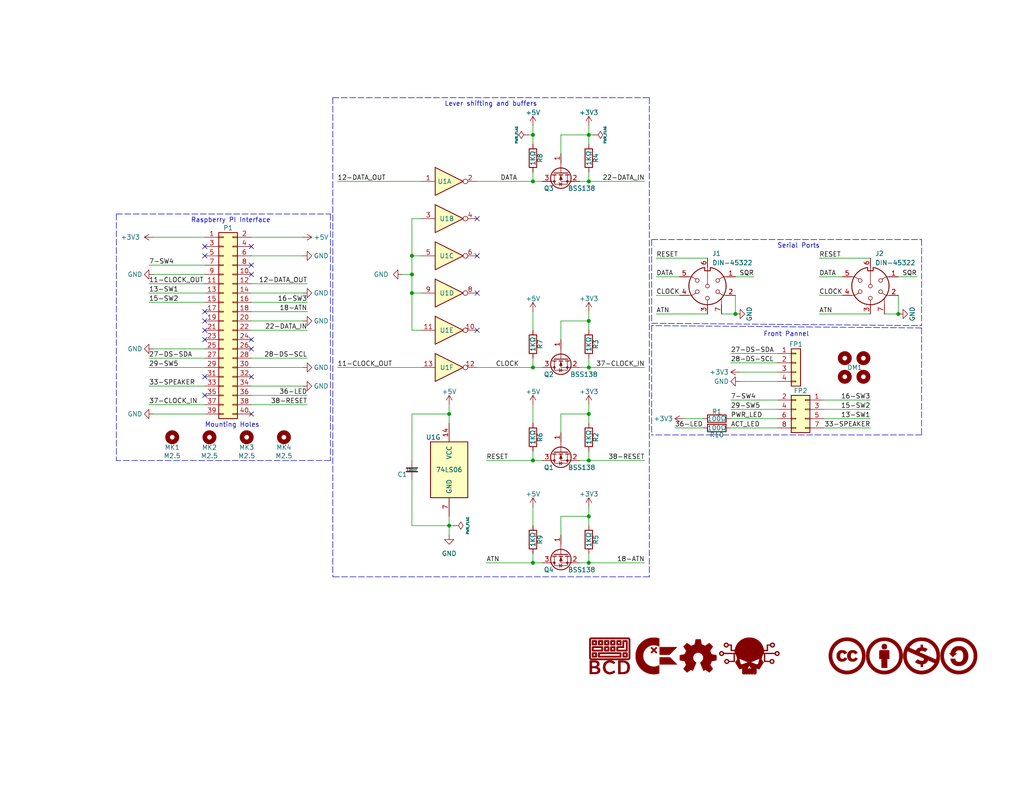
<source format=kicad_sch>
(kicad_sch (version 20211123) (generator eeschema)
  (paper "USLetter")
  (title_block (title "PI 1541 - Main Board") (date "2022-02-05") (rev "1.0") (company "Beaupré Circuit Design"))
  (lib_symbols
    (symbol "74xx:74LS06" (pin_names (offset 1.016))
      (property "Reference" "U" (at 0 1.27 0))
      (property "Value" "74LS06" (at 0 -1.27 0))
      (symbol "74LS06_1_0"
        (pin input line (at -7.62 0 0) (length 3.81) (name "~") (number "1"))
        (pin open_collector inverted (at 7.62 0 180) (length 3.81) (name "~") (number "2"))
      )
      (symbol "74LS06_2_0"
        (pin input line (at -7.62 0 0) (length 3.81) (name "~") (number "3"))
        (pin open_collector inverted (at 7.62 0 180) (length 3.81) (name "~") (number "4"))
      )
      (symbol "74LS06_3_0"
        (pin input line (at -7.62 0 0) (length 3.81) (name "~") (number "5"))
        (pin open_collector inverted (at 7.62 0 180) (length 3.81) (name "~") (number "6"))
      )
      (symbol "74LS06_4_0"
        (pin open_collector inverted (at 7.62 0 180) (length 3.81) (name "~") (number "8"))
        (pin input line (at -7.62 0 0) (length 3.81) (name "~") (number "9"))
      )
      (symbol "74LS06_5_0"
        (pin open_collector inverted (at 7.62 0 180) (length 3.81) (name "~") (number "10"))
        (pin input line (at -7.62 0 0) (length 3.81) (name "~") (number "11"))
      )
      (symbol "74LS06_6_0"
        (pin open_collector inverted (at 7.62 0 180) (length 3.81) (name "~") (number "12"))
        (pin input line (at -7.62 0 0) (length 3.81) (name "~") (number "13"))
      )
      (symbol "74LS06_7_0"
        (pin power_in line (at 0 12.7 270) (length 5.08) (name "VCC") (number "14"))
        (pin power_in line (at 0 -12.7 90) (length 5.08) (name "GND") (number "7"))
      )
    )
    (symbol "BeaupreCircuitDesign:BCD_Logo" (pin_names (offset 1.016)))
    (symbol "BeaupreCircuitDesign:ChickenLips" (pin_names (offset 1.016)))
    (symbol "BeaupreCircuitDesign:OpenSource_Hardware" (pin_names (offset 1.016)))
    (symbol "BeaupreCircuitDesign:Skull" (pin_names (offset 1.016)))
    (symbol "Connector_Generic:Conn_01x04" (pin_names (offset 1.016) hide)
      (property "Reference" "J" (at 0 5.08 0))
      (property "Value" "Conn_01x04" (at 0 -7.62 0))
      (symbol "Conn_01x04_1_1"
        (pin passive line (at -5.08 2.54 0) (length 3.81) (name "Pin_1") (number "1"))
        (pin passive line (at -5.08 0 0) (length 3.81) (name "Pin_2") (number "2"))
        (pin passive line (at -5.08 -2.54 0) (length 3.81) (name "Pin_3") (number "3"))
        (pin passive line (at -5.08 -5.08 0) (length 3.81) (name "Pin_4") (number "4"))
      )
    )
    (symbol "Connector_Generic:Conn_02x04_Odd_Even" (pin_names (offset 1.016) hide)
      (property "Reference" "J" (at 1.27 5.08 0))
      (property "Value" "Conn_02x04_Odd_Even" (at 1.27 -7.62 0))
      (symbol "Conn_02x04_Odd_Even_1_1"
        (pin passive line (at -5.08 2.54 0) (length 3.81) (name "Pin_1") (number "1"))
        (pin passive line (at 7.62 2.54 180) (length 3.81) (name "Pin_2") (number "2"))
        (pin passive line (at -5.08 0 0) (length 3.81) (name "Pin_3") (number "3"))
        (pin passive line (at 7.62 0 180) (length 3.81) (name "Pin_4") (number "4"))
        (pin passive line (at -5.08 -2.54 0) (length 3.81) (name "Pin_5") (number "5"))
        (pin passive line (at 7.62 -2.54 180) (length 3.81) (name "Pin_6") (number "6"))
        (pin passive line (at -5.08 -5.08 0) (length 3.81) (name "Pin_7") (number "7"))
        (pin passive line (at 7.62 -5.08 180) (length 3.81) (name "Pin_8") (number "8"))
      )
    )
    (symbol "Connector_Generic:Conn_02x20_Odd_Even" (pin_names (offset 1.016) hide)
      (property "Reference" "J" (at 1.27 25.4 0))
      (property "Value" "Conn_02x20_Odd_Even" (at 1.27 -27.94 0))
      (symbol "Conn_02x20_Odd_Even_1_1"
        (pin passive line (at -5.08 22.86 0) (length 3.81) (name "Pin_1") (number "1"))
        (pin passive line (at 7.62 12.7 180) (length 3.81) (name "Pin_10") (number "10"))
        (pin passive line (at -5.08 10.16 0) (length 3.81) (name "Pin_11") (number "11"))
        (pin passive line (at 7.62 10.16 180) (length 3.81) (name "Pin_12") (number "12"))
        (pin passive line (at -5.08 7.62 0) (length 3.81) (name "Pin_13") (number "13"))
        (pin passive line (at 7.62 7.62 180) (length 3.81) (name "Pin_14") (number "14"))
        (pin passive line (at -5.08 5.08 0) (length 3.81) (name "Pin_15") (number "15"))
        (pin passive line (at 7.62 5.08 180) (length 3.81) (name "Pin_16") (number "16"))
        (pin passive line (at -5.08 2.54 0) (length 3.81) (name "Pin_17") (number "17"))
        (pin passive line (at 7.62 2.54 180) (length 3.81) (name "Pin_18") (number "18"))
        (pin passive line (at -5.08 0 0) (length 3.81) (name "Pin_19") (number "19"))
        (pin passive line (at 7.62 22.86 180) (length 3.81) (name "Pin_2") (number "2"))
        (pin passive line (at 7.62 0 180) (length 3.81) (name "Pin_20") (number "20"))
        (pin passive line (at -5.08 -2.54 0) (length 3.81) (name "Pin_21") (number "21"))
        (pin passive line (at 7.62 -2.54 180) (length 3.81) (name "Pin_22") (number "22"))
        (pin passive line (at -5.08 -5.08 0) (length 3.81) (name "Pin_23") (number "23"))
        (pin passive line (at 7.62 -5.08 180) (length 3.81) (name "Pin_24") (number "24"))
        (pin passive line (at -5.08 -7.62 0) (length 3.81) (name "Pin_25") (number "25"))
        (pin passive line (at 7.62 -7.62 180) (length 3.81) (name "Pin_26") (number "26"))
        (pin passive line (at -5.08 -10.16 0) (length 3.81) (name "Pin_27") (number "27"))
        (pin passive line (at 7.62 -10.16 180) (length 3.81) (name "Pin_28") (number "28"))
        (pin passive line (at -5.08 -12.7 0) (length 3.81) (name "Pin_29") (number "29"))
        (pin passive line (at -5.08 20.32 0) (length 3.81) (name "Pin_3") (number "3"))
        (pin passive line (at 7.62 -12.7 180) (length 3.81) (name "Pin_30") (number "30"))
        (pin passive line (at -5.08 -15.24 0) (length 3.81) (name "Pin_31") (number "31"))
        (pin passive line (at 7.62 -15.24 180) (length 3.81) (name "Pin_32") (number "32"))
        (pin passive line (at -5.08 -17.78 0) (length 3.81) (name "Pin_33") (number "33"))
        (pin passive line (at 7.62 -17.78 180) (length 3.81) (name "Pin_34") (number "34"))
        (pin passive line (at -5.08 -20.32 0) (length 3.81) (name "Pin_35") (number "35"))
        (pin passive line (at 7.62 -20.32 180) (length 3.81) (name "Pin_36") (number "36"))
        (pin passive line (at -5.08 -22.86 0) (length 3.81) (name "Pin_37") (number "37"))
        (pin passive line (at 7.62 -22.86 180) (length 3.81) (name "Pin_38") (number "38"))
        (pin passive line (at -5.08 -25.4 0) (length 3.81) (name "Pin_39") (number "39"))
        (pin passive line (at 7.62 20.32 180) (length 3.81) (name "Pin_4") (number "4"))
        (pin passive line (at 7.62 -25.4 180) (length 3.81) (name "Pin_40") (number "40"))
        (pin passive line (at -5.08 17.78 0) (length 3.81) (name "Pin_5") (number "5"))
        (pin passive line (at 7.62 17.78 180) (length 3.81) (name "Pin_6") (number "6"))
        (pin passive line (at -5.08 15.24 0) (length 3.81) (name "Pin_7") (number "7"))
        (pin passive line (at 7.62 15.24 180) (length 3.81) (name "Pin_8") (number "8"))
        (pin passive line (at -5.08 12.7 0) (length 3.81) (name "Pin_9") (number "9"))
      )
    )
    (symbol "CreativeCommons:CreativeCommons" (pin_names (offset 1.016)))
    (symbol "CreativeCommons:CreativeCommons_Attribution" (pin_names (offset 1.016)))
    (symbol "CreativeCommons:CreativeCommons_NonCommercial" (pin_names (offset 1.016)))
    (symbol "CreativeCommons:CreativeCommons_ShareAlike" (pin_names (offset 1.016)))
    (symbol "DIN_45322:DIN-45322" (pin_names (offset 1.016))
      (property "Reference" "J" (at 3.175 5.715 0))
      (property "Value" "DIN-45322" (at 4.445 -4.445 0))
      (symbol "DIN-45322_1_1"
        (pin passive line (at -7.62 -2.54 0) (length 2.54) (name "~") (number "1"))
        (pin passive line (at -7.62 2.54 0) (length 2.54) (name "~") (number "2"))
        (pin passive line (at 0 7.62 270) (length 2.54) (name "~") (number "3"))
        (pin passive line (at 7.62 2.54 180) (length 2.54) (name "~") (number "4"))
        (pin passive line (at 7.62 -2.54 180) (length 2.54) (name "~") (number "5"))
        (pin passive line (at 0 -7.62 90) (length 2.54) (name "~") (number "6"))
        (pin passive line (at -3.81 7.62 270) (length 2.54) (name "~") (number "7"))
      )
    )
    (symbol "Device:C_Small" (pin_numbers hide) (pin_names (offset 0.254) hide)
      (property "Reference" "C" (at 0.254 1.778 0))
      (property "Value" "C_Small" (at 0.254 -2.032 0))
      (symbol "C_Small_1_1"
        (pin passive line (at 0 2.54 270) (length 2.032) (name "~") (number "1"))
        (pin passive line (at 0 -2.54 90) (length 2.032) (name "~") (number "2"))
      )
    )
    (symbol "Device:R" (pin_numbers hide) (pin_names (offset 0))
      (property "Reference" "R" (at 2.032 0 90))
      (property "Value" "R" (at 0 0 90))
      (symbol "R_1_1"
        (pin passive line (at 0 3.81 270) (length 1.27) (name "~") (number "1"))
        (pin passive line (at 0 -3.81 90) (length 1.27) (name "~") (number "2"))
      )
    )
    (symbol "Display_I2C_OLED:128x64_I2C_OLED_Mounting_Holes"
      (property "Reference" "DS" (at 0 6.35 0))
    )
    (symbol "Mechanical:MountingHole" (pin_names (offset 1.016))
      (property "Reference" "H" (at 0 5.08 0))
      (property "Value" "MountingHole" (at 0 3.175 0))
    )
    (symbol "Transistor_FET:BSS138" (pin_names hide)
      (property "Reference" "Q" (at 5.08 1.905 0))
      (property "Value" "BSS138" (at 5.08 0 0))
      (symbol "BSS138_1_1"
        (pin input line (at -5.08 0 0) (length 2.54) (name "G") (number "1"))
        (pin passive line (at 2.54 -5.08 90) (length 2.54) (name "S") (number "2"))
        (pin passive line (at 2.54 5.08 270) (length 2.54) (name "D") (number "3"))
      )
    )
    (symbol "power:+3.3V" (power) (pin_names (offset 0))
      (property "Value" "+3.3V" (at 0 3.556 0))
      (symbol "+3.3V_1_1"
        (pin power_in line (at 0 0 90) (length 0) hide (name "+3V3") (number "1"))
      )
    )
    (symbol "power:+5V" (power) (pin_names (offset 0))
      (property "Value" "+5V" (at 0 3.556 0))
      (symbol "+5V_1_1"
        (pin power_in line (at 0 0 90) (length 0) hide (name "+5V") (number "1"))
      )
    )
    (symbol "power:GND" (power) (pin_names (offset 0))
      (property "Value" "GND" (at 0 -3.81 0))
      (symbol "GND_1_1"
        (pin power_in line (at 0 0 270) (length 0) hide (name "GND") (number "1"))
      )
    )
    (symbol "power:PWR_FLAG" (power) (pin_numbers hide) (pin_names (offset 0) hide)
      (property "Value" "PWR_FLAG" (at 0 3.81 0))
      (symbol "PWR_FLAG_0_0"
        (pin power_out line (at 0 0 90) (length 0) (name "pwr") (number "1"))
      )
    )
  )
  (junction (at 245.11 85.725))
  (junction (at 160.655 125.73))
  (junction (at 145.415 153.67))
  (junction (at 160.655 153.67))
  (junction (at 145.415 125.73))
  (junction (at 112.395 69.85))
  (junction (at 160.655 36.83))
  (junction (at 160.655 49.53))
  (junction (at 122.555 143.51))
  (junction (at 160.655 100.33))
  (junction (at 200.66 85.725))
  (junction (at 160.655 140.97))
  (junction (at 160.655 87.63))
  (junction (at 112.395 80.01))
  (junction (at 145.415 36.83))
  (junction (at 122.555 113.03))
  (junction (at 145.415 49.53))
  (junction (at 160.655 113.03))
  (junction (at 145.415 100.33))
  (junction (at 112.395 74.93))
  (no_connect (at 130.175 59.69))
  (no_connect (at 130.175 80.01))
  (no_connect (at 55.88 67.31))
  (no_connect (at 55.88 69.85))
  (no_connect (at 68.58 102.87))
  (no_connect (at 68.58 113.03))
  (no_connect (at 55.88 102.87))
  (no_connect (at 55.88 107.95))
  (no_connect (at 55.88 92.71))
  (no_connect (at 68.58 92.71))
  (no_connect (at 68.58 95.25))
  (no_connect (at 55.88 87.63))
  (no_connect (at 68.58 72.39))
  (no_connect (at 68.58 74.93))
  (no_connect (at 68.58 67.31))
  (no_connect (at 130.175 69.85))
  (no_connect (at 55.88 85.09))
  (no_connect (at 55.88 90.17))
  (no_connect (at 130.175 90.17))
  (wire (pts (xy 147.955 100.33) (xy 145.415 100.33)))
  (wire (pts (xy 122.555 143.51) (xy 122.555 146.05)))
  (wire (pts (xy 223.52 70.485) (xy 237.49 70.485)))
  (wire (pts (xy 68.58 85.09) (xy 83.82 85.09)))
  (wire (pts (xy 223.52 75.565) (xy 229.87 75.565)))
  (wire (pts (xy 160.655 87.63) (xy 153.035 87.63)))
  (wire (pts (xy 160.655 34.29) (xy 160.655 36.83)))
  (polyline (pts (xy 251.46 89.535) (xy 177.8 88.9)))
  (polyline (pts (xy 31.75 58.42) (xy 31.75 125.73)))
  (wire (pts (xy 160.655 125.73) (xy 175.895 125.73)))
  (wire (pts (xy 40.64 72.39) (xy 55.88 72.39)))
  (wire (pts (xy 114.935 80.01) (xy 112.395 80.01)))
  (wire (pts (xy 41.91 64.77) (xy 55.88 64.77)))
  (wire (pts (xy 191.77 116.84) (xy 184.15 116.84)))
  (wire (pts (xy 145.415 49.53) (xy 147.955 49.53)))
  (wire (pts (xy 160.655 87.63) (xy 160.655 90.17)))
  (wire (pts (xy 199.39 96.52) (xy 212.09 96.52)))
  (wire (pts (xy 160.655 36.83) (xy 161.925 36.83)))
  (wire (pts (xy 145.415 34.29) (xy 145.415 36.83)))
  (wire (pts (xy 199.39 109.22) (xy 212.09 109.22)))
  (wire (pts (xy 160.655 140.97) (xy 160.655 143.51)))
  (wire (pts (xy 122.555 113.03) (xy 112.395 113.03)))
  (wire (pts (xy 153.035 87.63) (xy 153.035 92.71)))
  (polyline (pts (xy 177.8 65.405) (xy 177.8 88.265)))
  (wire (pts (xy 112.395 80.01) (xy 112.395 74.93)))
  (wire (pts (xy 68.58 69.85) (xy 82.55 69.85)))
  (polyline (pts (xy 90.17 125.73) (xy 31.75 125.73)))
  (wire (pts (xy 68.58 80.01) (xy 82.55 80.01)))
  (polyline (pts (xy 90.805 26.67) (xy 177.165 26.67)))
  (wire (pts (xy 114.935 59.69) (xy 112.395 59.69)))
  (wire (pts (xy 145.415 85.09) (xy 145.415 90.17)))
  (wire (pts (xy 40.64 97.79) (xy 55.88 97.79)))
  (wire (pts (xy 196.85 85.725) (xy 200.66 85.725)))
  (wire (pts (xy 153.035 146.05) (xy 153.035 140.97)))
  (wire (pts (xy 130.175 49.53) (xy 145.415 49.53)))
  (polyline (pts (xy 177.8 65.405) (xy 251.46 65.405)))
  (wire (pts (xy 145.415 138.43) (xy 145.415 143.51)))
  (wire (pts (xy 200.66 75.565) (xy 205.74 75.565)))
  (wire (pts (xy 158.115 100.33) (xy 160.655 100.33)))
  (wire (pts (xy 179.07 80.645) (xy 185.42 80.645)))
  (wire (pts (xy 160.655 138.43) (xy 160.655 140.97)))
  (wire (pts (xy 158.115 49.53) (xy 160.655 49.53)))
  (wire (pts (xy 201.93 104.14) (xy 212.09 104.14)))
  (wire (pts (xy 145.415 46.99) (xy 145.415 49.53)))
  (wire (pts (xy 112.395 59.69) (xy 112.395 69.85)))
  (wire (pts (xy 68.58 77.47) (xy 83.82 77.47)))
  (wire (pts (xy 112.395 143.51) (xy 122.555 143.51)))
  (wire (pts (xy 68.58 100.33) (xy 82.55 100.33)))
  (wire (pts (xy 68.58 110.49) (xy 83.82 110.49)))
  (polyline (pts (xy 251.46 65.405) (xy 251.46 88.9)))
  (wire (pts (xy 160.655 100.33) (xy 175.895 100.33)))
  (wire (pts (xy 223.52 85.725) (xy 237.49 85.725)))
  (wire (pts (xy 55.88 77.47) (xy 40.64 77.47)))
  (wire (pts (xy 199.39 114.3) (xy 212.09 114.3)))
  (wire (pts (xy 153.035 118.11) (xy 153.035 113.03)))
  (wire (pts (xy 158.115 125.73) (xy 160.655 125.73)))
  (wire (pts (xy 241.3 85.725) (xy 245.11 85.725)))
  (wire (pts (xy 112.395 90.17) (xy 114.935 90.17)))
  (wire (pts (xy 112.395 69.85) (xy 114.935 69.85)))
  (wire (pts (xy 237.49 114.3) (xy 224.79 114.3)))
  (wire (pts (xy 122.555 110.49) (xy 122.555 113.03)))
  (wire (pts (xy 160.655 110.49) (xy 160.655 113.03)))
  (wire (pts (xy 40.64 82.55) (xy 55.88 82.55)))
  (wire (pts (xy 160.655 153.67) (xy 175.895 153.67)))
  (wire (pts (xy 153.035 41.91) (xy 153.035 36.83)))
  (wire (pts (xy 68.58 97.79) (xy 83.82 97.79)))
  (wire (pts (xy 68.58 82.55) (xy 83.82 82.55)))
  (wire (pts (xy 112.395 130.81) (xy 112.395 143.51)))
  (wire (pts (xy 132.715 153.67) (xy 145.415 153.67)))
  (wire (pts (xy 82.55 64.77) (xy 68.58 64.77)))
  (polyline (pts (xy 177.8 88.265) (xy 251.46 88.9)))
  (wire (pts (xy 68.58 90.17) (xy 83.82 90.17)))
  (wire (pts (xy 41.91 113.03) (xy 55.88 113.03)))
  (wire (pts (xy 112.395 80.01) (xy 112.395 90.17)))
  (wire (pts (xy 245.11 75.565) (xy 250.19 75.565)))
  (polyline (pts (xy 251.46 89.535) (xy 251.46 118.745)))
  (wire (pts (xy 153.035 140.97) (xy 160.655 140.97)))
  (wire (pts (xy 160.655 123.19) (xy 160.655 125.73)))
  (wire (pts (xy 153.035 113.03) (xy 160.655 113.03)))
  (wire (pts (xy 144.145 36.83) (xy 145.415 36.83)))
  (wire (pts (xy 145.415 151.13) (xy 145.415 153.67)))
  (wire (pts (xy 179.07 85.725) (xy 193.04 85.725)))
  (wire (pts (xy 130.175 100.33) (xy 145.415 100.33)))
  (wire (pts (xy 41.91 95.25) (xy 55.88 95.25)))
  (wire (pts (xy 160.655 36.83) (xy 160.655 39.37)))
  (wire (pts (xy 158.115 153.67) (xy 160.655 153.67)))
  (wire (pts (xy 179.07 70.485) (xy 193.04 70.485)))
  (wire (pts (xy 40.64 110.49) (xy 55.88 110.49)))
  (wire (pts (xy 199.39 99.06) (xy 212.09 99.06)))
  (wire (pts (xy 132.715 125.73) (xy 145.415 125.73)))
  (wire (pts (xy 201.93 101.6) (xy 212.09 101.6)))
  (wire (pts (xy 68.58 87.63) (xy 82.55 87.63)))
  (wire (pts (xy 112.395 113.03) (xy 112.395 125.73)))
  (wire (pts (xy 122.555 140.97) (xy 122.555 143.51)))
  (wire (pts (xy 92.075 100.33) (xy 114.935 100.33)))
  (wire (pts (xy 68.58 105.41) (xy 82.55 105.41)))
  (wire (pts (xy 160.655 46.99) (xy 160.655 49.53)))
  (wire (pts (xy 112.395 74.93) (xy 112.395 69.85)))
  (polyline (pts (xy 177.165 157.48) (xy 90.805 157.48)))
  (wire (pts (xy 237.49 111.76) (xy 224.79 111.76)))
  (wire (pts (xy 68.58 107.95) (xy 83.82 107.95)))
  (wire (pts (xy 145.415 97.79) (xy 145.415 100.33)))
  (wire (pts (xy 145.415 36.83) (xy 145.415 39.37)))
  (polyline (pts (xy 90.805 26.67) (xy 90.805 157.48)))
  (wire (pts (xy 223.52 80.645) (xy 229.87 80.645)))
  (wire (pts (xy 92.075 49.53) (xy 114.935 49.53)))
  (wire (pts (xy 147.955 125.73) (xy 145.415 125.73)))
  (wire (pts (xy 212.09 116.84) (xy 199.39 116.84)))
  (wire (pts (xy 145.415 123.19) (xy 145.415 125.73)))
  (wire (pts (xy 160.655 85.09) (xy 160.655 87.63)))
  (wire (pts (xy 160.655 49.53) (xy 175.895 49.53)))
  (wire (pts (xy 40.64 105.41) (xy 55.88 105.41)))
  (wire (pts (xy 186.69 114.3) (xy 191.77 114.3)))
  (wire (pts (xy 145.415 153.67) (xy 147.955 153.67)))
  (wire (pts (xy 199.39 111.76) (xy 212.09 111.76)))
  (wire (pts (xy 153.035 36.83) (xy 160.655 36.83)))
  (wire (pts (xy 41.91 74.93) (xy 55.88 74.93)))
  (wire (pts (xy 109.855 74.93) (xy 112.395 74.93)))
  (wire (pts (xy 224.79 109.22) (xy 237.49 109.22)))
  (wire (pts (xy 237.49 116.84) (xy 224.79 116.84)))
  (wire (pts (xy 245.11 80.645) (xy 245.11 85.725)))
  (wire (pts (xy 179.07 75.565) (xy 185.42 75.565)))
  (wire (pts (xy 40.64 80.01) (xy 55.88 80.01)))
  (wire (pts (xy 200.66 80.645) (xy 200.66 85.725)))
  (wire (pts (xy 160.655 97.79) (xy 160.655 100.33)))
  (polyline (pts (xy 177.165 26.67) (xy 177.165 157.48)))
  (wire (pts (xy 160.655 151.13) (xy 160.655 153.67)))
  (wire (pts (xy 122.555 143.51) (xy 123.825 143.51)))
  (wire (pts (xy 145.415 110.49) (xy 145.415 115.57)))
  (polyline (pts (xy 31.75 58.42) (xy 90.17 58.42)))
  (polyline (pts (xy 251.46 118.745) (xy 177.8 118.745)))
  (wire (pts (xy 160.655 113.03) (xy 160.655 115.57)))
  (wire (pts (xy 40.64 100.33) (xy 55.88 100.33)))
  (polyline (pts (xy 177.8 88.9) (xy 177.8 118.745)))
  (polyline (pts (xy 90.17 58.42) (xy 90.17 125.73)))
  (wire (pts (xy 122.555 113.03) (xy 122.555 115.57)))
  (text "Front Pannel" (at 208.28 92.075 0) (effects (font (size 1.27 1.27)) (justify left bottom)))
  (text "Serial Ports" (at 212.09 67.945 0) (effects (font (size 1.27 1.27)) (justify left bottom)))
  (text "Mounting Holes" (at 55.88 116.84 0) (effects (font (size 1.27 1.27)) (justify left bottom)))
  (text "Raspberry PI Interface" (at 52.07 60.96 0) (effects (font (size 1.27 1.27)) (justify left bottom)))
  (text "Lever shifting and buffers" (at 121.285 29.21 0) (effects (font (size 1.27 1.27)) (justify left bottom)))
  (label "SQR" (at 205.74 75.565 180))
  (label "15-SW2" (at 40.64 82.55 0))
  (label "CLOCK" (at 135.255 100.33 0))
  (label "27-DS-SDA" (at 40.64 97.79 0))
  (label "16-SW3" (at 237.49 109.22 180))
  (label "DATA" (at 179.07 75.565 0))
  (label "12-DATA_OUT" (at 92.075 49.53 0))
  (label "RESET" (at 223.52 70.485 0))
  (label "7-SW4" (at 199.39 109.22 0))
  (label "11-CLOCK_OUT" (at 92.075 100.33 0))
  (label "13-SW1" (at 40.64 80.01 0))
  (label "13-SW1" (at 237.49 114.3 180))
  (label "33-SPEAKER" (at 237.49 116.84 180))
  (label "ATN" (at 179.07 85.725 0))
  (label "CLOCK" (at 223.52 80.645 0))
  (label "27-DS-SDA" (at 199.39 96.52 0))
  (label "29-SW5" (at 199.39 111.76 0))
  (label "15-SW2" (at 237.49 111.76 180))
  (label "16-SW3" (at 83.82 82.55 180))
  (label "33-SPEAKER" (at 40.64 105.41 0))
  (label "RESET" (at 179.07 70.485 0))
  (label "38-RESET" (at 175.895 125.73 180))
  (label "DATA" (at 223.52 75.565 0))
  (label "PWR_LED" (at 199.39 114.3 0))
  (label "11-CLOCK_OUT" (at 40.64 77.47 0))
  (label "ATN" (at 132.715 153.67 0))
  (label "28-DS-SCL" (at 83.82 97.79 180))
  (label "CLOCK" (at 179.07 80.645 0))
  (label "ACT_LED" (at 199.39 116.84 0))
  (label "DATA" (at 136.525 49.53 0))
  (label "38-RESET" (at 83.82 110.49 180))
  (label "18-ATN" (at 175.895 153.67 180))
  (label "29-SW5" (at 40.64 100.33 0))
  (label "36-LED" (at 184.15 116.84 0))
  (label "18-ATN" (at 83.82 85.09 180))
  (label "37-CLOCK_IN" (at 40.64 110.49 0))
  (label "22-DATA_IN" (at 83.82 90.17 180))
  (label "ATN" (at 223.52 85.725 0))
  (label "22-DATA_IN" (at 175.895 49.53 180))
  (label "RESET" (at 132.715 125.73 0))
  (label "7-SW4" (at 40.64 72.39 0))
  (label "28-DS-SCL" (at 199.39 99.06 0))
  (label "36-LED" (at 83.82 107.95 180))
  (label "12-DATA_OUT" (at 83.82 77.47 180))
  (label "37-CLOCK_IN" (at 175.895 100.33 180))
  (label "SQR" (at 250.19 75.565 180))
  (symbol (lib_id "DIN_45322:DIN-45322") (at 193.04 78.105 180) (unit 1)
    (property "Reference" "J1" (at 194.31 69.215 0) (effects (justify right)))
    (property "Value" "DIN-45322" (at 194.31 71.755 0) (effects (justify right)))
    (property "Footprint" "DIN_45322:DIN_45322" (effects hide))
    (property "Datasheet" "https://www.aliexpress.com/item/1005001265863686.html" (effects hide))
    (property "AliExpress" "1005001265863686" (effects hide))
    (property "Description" "6 Pin DIN Female Socket Connector" (effects hide))
    (property "Manufacturer" "AliExpress" (effects hide))
  )
  (symbol (lib_id "Mechanical:MountingHole") (at 77.47 119.38 0) (unit 1) (in_bom no)
    (property "Reference" "MK4" (at 77.47 122.1486 0))
    (property "Value" "M2.5" (at 77.47 124.46 0))
    (property "Footprint" "MountingHole:MountingHole_2.7mm_M2.5" (effects hide))
  )
  (symbol (lib_id "power:GND") (at 201.93 104.14 270) (unit 1)
    (property "Reference" "#PWR0113" (effects hide))
    (property "Value" "GND" (at 196.85 104.14 90))
  )
  (symbol (lib_id "power:+3.3V") (at 160.655 110.49 0) (mirror y) (unit 1)
    (property "Reference" "#PWR08" (effects hide))
    (property "Value" "+3.3V" (at 160.655 106.934 0))
  )
  (symbol (lib_id "Device:R") (at 145.415 147.32 0) (unit 1)
    (property "Reference" "R9" (at 147.32 147.32 90))
    (property "Value" "1KΩ" (at 145.415 147.32 90))
    (property "Footprint" "Resistor_SMD:R_0805_2012Metric" (effects hide))
    (property "Datasheet" "https://datasheet.lcsc.com/lcsc/2110251730_UNI-ROYAL-Uniroyal-Elec-0805W8F1001T5E_C17513.pdf" (effects hide))
    (property "Manufacturer" "UNI-ROYAL(Uniroyal Elec)" (effects hide))
    (property "LCSC" "C17513" (effects hide))
    (property "Description" "±1% 125mW Thick Film Resistors 150V ±100ppm/℃ -55℃~+155℃ 1kΩ 0805 Chip Resistor" (effects hide))
    (property "Mfr.Part" "0805W8F1001T5E" (effects hide))
    (property "Digikey" "311-1.00KCRCT-ND" (effects hide))
  )
  (symbol (lib_id "Transistor_FET:BSS138") (at 153.035 123.19 90) (mirror x) (unit 1)
    (property "Reference" "Q1" (at 151.13 127.635 90) (effects (justify left)))
    (property "Value" "BSS138" (at 154.94 127.635 90) (effects (justify right)))
    (property "Footprint" "Package_TO_SOT_SMD:SOT-23" (effects hide))
    (property "Datasheet" "https://datasheet.lcsc.com/lcsc/1811101310_Shikues-BSS138_C112239.pdf" (effects hide))
    (property "Manufacturer" "Shikues" (effects hide))
    (property "LCSC" "C112239" (effects hide))
    (property "Description" "50V 220mA 3.5Ω@10V,220mA 360mW 1.5V@1mA N Channel SOT-23(SOT-23-3) MOSFETs" (effects hide))
    (property "Mfr.Part" "BSS138" (effects hide))
    (property "Digikey" "BSS138CT-ND" (effects hide))
  )
  (symbol (lib_id "CreativeCommons:CreativeCommons_Attribution") (at 241.3 179.07 0) (unit 1) (in_bom no)
    (property "Reference" "G6" (effects hide))
    (property "Value" "CreativeCommons_Attribution" (effects hide))
    (property "Footprint" "Creative_Common:CreativeCommons_Attribution_5mm" (effects hide))
  )
  (symbol (lib_id "Display_I2C_OLED:128x64_I2C_OLED_Mounting_Holes") (at 233.045 100.33 0) (unit 1) (in_bom no)
    (property "Reference" "DM1" (at 231.14 100.33 0) (effects (justify left)))
    (property "Value" "128x64_I2C_OLED_Mounting_Holes" (effects hide))
    (property "Footprint" "Display_I2C_OLED:128x64 I2C OLED Mounting Holes" (effects hide))
  )
  (symbol (lib_id "Connector_Generic:Conn_02x20_Odd_Even") (at 60.96 87.63 0) (unit 1)
    (property "Reference" "P1" (at 62.23 62.23 0))
    (property "Value" "Conn_02x20_Odd_Even" (effects hide))
    (property "Footprint" "Connector_PinSocket_2.54mm:PinSocket_2x20_P2.54mm_Vertical" (effects hide))
    (property "Datasheet" "https://datasheet.lcsc.com/lcsc/1811111512_BOOMELE-Boom-Precision-Elec-C50982_C50982.pdf" (effects hide))
    (property "Description" "2.54mm 2.54mm Brass Straight 40 2 Plugin,P=2.54mm Female Headers" (effects hide))
    (property "LCSC" "C50982" (effects hide))
    (property "Mfr.Part" "C50982" (effects hide))
    (property "Manufacturer" "Boom Precision Elec" (effects hide))
    (property "Digikey" "S7123-ND" (effects hide))
  )
  (symbol (lib_id "power:PWR_FLAG") (at 161.925 36.83 270) (unit 1)
    (property "Reference" "#FLG02" (effects hide))
    (property "Value" "PWR_FLAG" (at 165.1 36.83 0) (effects (font (size 0.635 0.635))))
  )
  (symbol (lib_id "CreativeCommons:CreativeCommons") (at 231.14 179.07 0) (unit 1) (in_bom no)
    (property "Reference" "G5" (effects hide))
    (property "Value" "CreativeCommons" (effects hide))
    (property "Footprint" "Creative_Common:CreativeCommons_5mm" (effects hide))
  )
  (symbol (lib_id "BeaupreCircuitDesign:BCD_Logo") (at 166.37 179.07 0) (unit 1) (in_bom no)
    (property "Reference" "G1" (effects hide))
    (property "Value" "BCD_Logo" (effects hide))
    (property "Footprint" "BeaupreCircuitDesign:BCD_Logo_5mm" (effects hide))
  )
  (symbol (lib_id "Device:R") (at 160.655 147.32 0) (unit 1)
    (property "Reference" "R5" (at 162.56 147.32 90))
    (property "Value" "1KΩ" (at 160.655 147.32 90))
    (property "Footprint" "Resistor_SMD:R_0805_2012Metric" (effects hide))
    (property "Datasheet" "https://datasheet.lcsc.com/lcsc/2110251730_UNI-ROYAL-Uniroyal-Elec-0805W8F1001T5E_C17513.pdf" (effects hide))
    (property "Manufacturer" "UNI-ROYAL(Uniroyal Elec)" (effects hide))
    (property "LCSC" "C17513" (effects hide))
    (property "Description" "±1% 125mW Thick Film Resistors 150V ±100ppm/℃ -55℃~+155℃ 1kΩ 0805 Chip Resistor" (effects hide))
    (property "Mfr.Part" "0805W8F1001T5E" (effects hide))
    (property "Digikey" "311-1.00KCRCT-ND" (effects hide))
  )
  (symbol (lib_id "74xx:74LS06") (at 122.555 69.85 0) (unit 3)
    (property "Reference" "U1" (at 121.92 69.85 0))
    (property "Value" "74LS06" (effects hide))
    (property "Footprint" "Package_SO:SOIC-14_3.9x8.7mm_P1.27mm" (effects hide))
    (property "Datasheet" "https://datasheet.lcsc.com/lcsc/1810151621_Texas-Instruments-SN74LS06DR_C113682.pdf" (effects hide))
    (property "LCSC" "C113682" (effects hide))
    (property "Manufacturer" "Texas Instruments" (effects hide))
    (property "Description" "Hex inverter buffers and drivers with Open-Collector High-Voltage outputs" (effects hide))
    (property "Mfr.Part" "SN74LS06DR" (effects hide))
    (property "Digikey" "296-14876-1-ND" (effects hide))
  )
  (symbol (lib_id "power:GND") (at 41.91 74.93 270) (unit 1)
    (property "Reference" "#PWR0102" (effects hide))
    (property "Value" "GND" (at 36.83 74.93 90))
  )
  (symbol (lib_id "power:+5V") (at 145.415 138.43 0) (mirror y) (unit 1)
    (property "Reference" "#PWR015" (effects hide))
    (property "Value" "+5V" (at 145.415 134.874 0))
  )
  (symbol (lib_id "power:+3.3V") (at 160.655 34.29 0) (mirror y) (unit 1)
    (property "Reference" "#PWR010" (effects hide))
    (property "Value" "+3.3V" (at 160.655 30.734 0))
  )
  (symbol (lib_id "Device:R") (at 160.655 119.38 0) (unit 1)
    (property "Reference" "R2" (at 162.56 119.38 90))
    (property "Value" "1KΩ" (at 160.655 119.38 90))
    (property "Footprint" "Resistor_SMD:R_0805_2012Metric" (effects hide))
    (property "Datasheet" "https://datasheet.lcsc.com/lcsc/2110251730_UNI-ROYAL-Uniroyal-Elec-0805W8F1001T5E_C17513.pdf" (effects hide))
    (property "Manufacturer" "UNI-ROYAL(Uniroyal Elec)" (effects hide))
    (property "LCSC" "C17513" (effects hide))
    (property "Description" "±1% 125mW Thick Film Resistors 150V ±100ppm/℃ -55℃~+155℃ 1kΩ 0805 Chip Resistor" (effects hide))
    (property "Mfr.Part" "0805W8F1001T5E" (effects hide))
    (property "Digikey" "311-1.00KCRCT-ND" (effects hide))
  )
  (symbol (lib_id "power:+3.3V") (at 160.655 138.43 0) (mirror y) (unit 1)
    (property "Reference" "#PWR011" (effects hide))
    (property "Value" "+3.3V" (at 160.655 134.874 0))
  )
  (symbol (lib_id "BeaupreCircuitDesign:Skull") (at 204.47 179.07 0) (unit 1) (in_bom no)
    (property "Reference" "G4" (effects hide))
    (property "Value" "Skull" (effects hide))
    (property "Footprint" "BeaupreCircuitDesign:Skull_5mm" (effects hide))
  )
  (symbol (lib_id "Mechanical:MountingHole") (at 67.31 119.38 0) (unit 1) (in_bom no)
    (property "Reference" "MK3" (at 67.31 122.1486 0))
    (property "Value" "M2.5" (at 67.31 124.46 0))
    (property "Footprint" "MountingHole:MountingHole_2.7mm_M2.5" (effects hide))
  )
  (symbol (lib_id "Device:C_Small") (at 112.395 128.27 0) (unit 1)
    (property "Reference" "C1" (at 111.125 129.54 0) (effects (justify right)))
    (property "Value" "100nF" (at 112.395 128.27 0) (effects (font (size 0.635 0.635))))
    (property "Footprint" "Capacitor_SMD:C_0805_2012Metric" (effects hide))
    (property "Datasheet" "https://datasheet.lcsc.com/lcsc/1810241824_Samsung-Electro-Mechanics-CL21C101JBANNNC_C1790.pdf" (effects hide))
    (property "Manufacturer" "Samsung Electro-Mechanics" (effects hide))
    (property "LCSC" "C1790" (effects hide))
    (property "Description" "50V 100pF C0G ±5% 0805 Multilayer Ceramic Capacitors MLCC - SMD/SMT" (effects hide))
    (property "Mfr.Part" "CL21C101JBANNNC" (effects hide))
    (property "Digikey" "1276-1014-1-ND" (effects hide))
  )
  (symbol (lib_id "Transistor_FET:BSS138") (at 153.035 46.99 90) (mirror x) (unit 1)
    (property "Reference" "Q3" (at 151.13 51.435 90) (effects (justify left)))
    (property "Value" "BSS138" (at 154.94 51.435 90) (effects (justify right)))
    (property "Footprint" "Package_TO_SOT_SMD:SOT-23" (effects hide))
    (property "Datasheet" "https://datasheet.lcsc.com/lcsc/1811101310_Shikues-BSS138_C112239.pdf" (effects hide))
    (property "Manufacturer" "Shikues" (effects hide))
    (property "LCSC" "C112239" (effects hide))
    (property "Description" "50V 220mA 3.5Ω@10V,220mA 360mW 1.5V@1mA N Channel SOT-23(SOT-23-3) MOSFETs" (effects hide))
    (property "Mfr.Part" "BSS138" (effects hide))
    (property "Digikey" "BSS138CT-ND" (effects hide))
  )
  (symbol (lib_id "Device:R") (at 145.415 93.98 0) (unit 1)
    (property "Reference" "R7" (at 147.32 93.98 90))
    (property "Value" "1KΩ" (at 145.415 93.98 90))
    (property "Footprint" "Resistor_SMD:R_0805_2012Metric" (effects hide))
    (property "Datasheet" "https://datasheet.lcsc.com/lcsc/2110251730_UNI-ROYAL-Uniroyal-Elec-0805W8F1001T5E_C17513.pdf" (effects hide))
    (property "Manufacturer" "UNI-ROYAL(Uniroyal Elec)" (effects hide))
    (property "LCSC" "C17513" (effects hide))
    (property "Description" "±1% 125mW Thick Film Resistors 150V ±100ppm/℃ -55℃~+155℃ 1kΩ 0805 Chip Resistor" (effects hide))
    (property "Mfr.Part" "0805W8F1001T5E" (effects hide))
    (property "Digikey" "311-1.00KCRCT-ND" (effects hide))
  )
  (symbol (lib_id "CreativeCommons:CreativeCommons_ShareAlike") (at 261.62 179.07 0) (unit 1) (in_bom no)
    (property "Reference" "G8" (effects hide))
    (property "Value" "CreativeCommons_ShareAlike" (effects hide))
    (property "Footprint" "Creative_Common:CreativeCommons_ShareAlike_5mm" (effects hide))
  )
  (symbol (lib_id "power:+5V") (at 145.415 110.49 0) (mirror y) (unit 1)
    (property "Reference" "#PWR012" (effects hide))
    (property "Value" "+5V" (at 145.415 106.934 0))
  )
  (symbol (lib_id "power:+3.3V") (at 201.93 101.6 90) (unit 1)
    (property "Reference" "#PWR0114" (effects hide))
    (property "Value" "+3.3V" (at 196.215 101.6 90))
  )
  (symbol (lib_id "74xx:74LS06") (at 122.555 80.01 0) (unit 4)
    (property "Reference" "U1" (at 121.92 80.01 0))
    (property "Value" "74LS06" (effects hide))
    (property "Footprint" "Package_SO:SOIC-14_3.9x8.7mm_P1.27mm" (effects hide))
    (property "Datasheet" "https://datasheet.lcsc.com/lcsc/1810151621_Texas-Instruments-SN74LS06DR_C113682.pdf" (effects hide))
    (property "LCSC" "C113682" (effects hide))
    (property "Manufacturer" "Texas Instruments" (effects hide))
    (property "Description" "Hex inverter buffers and drivers with Open-Collector High-Voltage outputs" (effects hide))
    (property "Mfr.Part" "SN74LS06DR" (effects hide))
    (property "Digikey" "296-14876-1-ND" (effects hide))
  )
  (symbol (lib_id "power:PWR_FLAG") (at 144.145 36.83 90) (unit 1)
    (property "Reference" "#FLG01" (effects hide))
    (property "Value" "PWR_FLAG" (at 140.97 36.83 0) (effects (font (size 0.635 0.635))))
  )
  (symbol (lib_id "Device:R") (at 160.655 43.18 0) (unit 1)
    (property "Reference" "R4" (at 162.56 43.18 90))
    (property "Value" "1KΩ" (at 160.655 43.18 90))
    (property "Footprint" "Resistor_SMD:R_0805_2012Metric" (effects hide))
    (property "Datasheet" "https://datasheet.lcsc.com/lcsc/2110251730_UNI-ROYAL-Uniroyal-Elec-0805W8F1001T5E_C17513.pdf" (effects hide))
    (property "Manufacturer" "UNI-ROYAL(Uniroyal Elec)" (effects hide))
    (property "LCSC" "C17513" (effects hide))
    (property "Description" "±1% 125mW Thick Film Resistors 150V ±100ppm/℃ -55℃~+155℃ 1kΩ 0805 Chip Resistor" (effects hide))
    (property "Mfr.Part" "0805W8F1001T5E" (effects hide))
    (property "Digikey" "311-1.00KCRCT-ND" (effects hide))
  )
  (symbol (lib_id "power:GND") (at 82.55 87.63 90) (unit 1)
    (property "Reference" "#PWR0108" (effects hide))
    (property "Value" "GND" (at 87.63 87.63 90))
  )
  (symbol (lib_id "BeaupreCircuitDesign:OpenSource_Hardware") (at 190.5 179.07 0) (unit 1) (in_bom no)
    (property "Reference" "G3" (effects hide))
    (property "Value" "OpenSource_Hardware" (effects hide))
    (property "Footprint" "BeaupreCircuitDesign:Open_Source_Hardware_5mm" (effects hide))
  )
  (symbol (lib_id "Transistor_FET:BSS138") (at 153.035 151.13 90) (mirror x) (unit 1)
    (property "Reference" "Q4" (at 151.13 155.575 90) (effects (justify left)))
    (property "Value" "BSS138" (at 154.94 155.575 90) (effects (justify right)))
    (property "Footprint" "Package_TO_SOT_SMD:SOT-23" (effects hide))
    (property "Datasheet" "https://datasheet.lcsc.com/lcsc/1811101310_Shikues-BSS138_C112239.pdf" (effects hide))
    (property "Manufacturer" "Shikues" (effects hide))
    (property "LCSC" "C112239" (effects hide))
    (property "Description" "50V 220mA 3.5Ω@10V,220mA 360mW 1.5V@1mA N Channel SOT-23(SOT-23-3) MOSFETs" (effects hide))
    (property "Mfr.Part" "BSS138" (effects hide))
    (property "Digikey" "BSS138CT-ND" (effects hide))
  )
  (symbol (lib_id "74xx:74LS06") (at 122.555 128.27 0) (unit 7)
    (property "Reference" "U1" (at 116.205 119.38 0) (effects (justify left)))
    (property "Value" "74LS06" (at 122.555 128.27 0))
    (property "Footprint" "Package_SO:SOIC-14_3.9x8.7mm_P1.27mm" (effects hide))
    (property "Datasheet" "https://datasheet.lcsc.com/lcsc/1810151621_Texas-Instruments-SN74LS06DR_C113682.pdf" (effects hide))
    (property "Manufacturer" "Texas Instruments" (effects hide))
    (property "LCSC" "C113682" (effects hide))
    (property "Description" "Hex inverter buffers and drivers with Open-Collector High-Voltage outputs" (effects hide))
    (property "Mfr.Part" "SN74LS06DR" (effects hide))
    (property "Digikey" "296-14876-1-ND" (effects hide))
  )
  (symbol (lib_id "BeaupreCircuitDesign:ChickenLips") (at 179.07 179.07 0) (unit 1) (in_bom no)
    (property "Reference" "G2" (effects hide))
    (property "Value" "ChickenLips" (effects hide))
    (property "Footprint" "BeaupreCircuitDesign:ChickenLips_5mm" (effects hide))
  )
  (symbol (lib_id "power:+3.3V") (at 41.91 64.77 90) (unit 1)
    (property "Reference" "#PWR01" (effects hide))
    (property "Value" "+3.3V" (at 35.56 64.77 90))
  )
  (symbol (lib_id "Device:R") (at 145.415 43.18 0) (unit 1)
    (property "Reference" "R8" (at 147.32 43.18 90))
    (property "Value" "1KΩ" (at 145.415 43.18 90))
    (property "Footprint" "Resistor_SMD:R_0805_2012Metric" (effects hide))
    (property "Datasheet" "https://datasheet.lcsc.com/lcsc/2110251730_UNI-ROYAL-Uniroyal-Elec-0805W8F1001T5E_C17513.pdf" (effects hide))
    (property "Manufacturer" "UNI-ROYAL(Uniroyal Elec)" (effects hide))
    (property "LCSC" "C17513" (effects hide))
    (property "Description" "±1% 125mW Thick Film Resistors 150V ±100ppm/℃ -55℃~+155℃ 1kΩ 0805 Chip Resistor" (effects hide))
    (property "Mfr.Part" "0805W8F1001T5E" (effects hide))
    (property "Digikey" "311-1.00KCRCT-ND" (effects hide))
  )
  (symbol (lib_id "power:GND") (at 82.55 100.33 90) (unit 1)
    (property "Reference" "#PWR0109" (effects hide))
    (property "Value" "GND" (at 87.63 100.33 90))
  )
  (symbol (lib_id "CreativeCommons:CreativeCommons_NonCommercial") (at 251.46 179.07 0) (unit 1) (in_bom no)
    (property "Reference" "G7" (effects hide))
    (property "Value" "CreativeCommons_NonCommercial" (effects hide))
    (property "Footprint" "Creative_Common:CreativeCommons_NonCommercial_5mm" (effects hide))
  )
  (symbol (lib_id "74xx:74LS06") (at 122.555 59.69 0) (unit 2)
    (property "Reference" "U1" (at 121.92 59.69 0))
    (property "Value" "74LS06" (effects hide))
    (property "Footprint" "Package_SO:SOIC-14_3.9x8.7mm_P1.27mm" (effects hide))
    (property "Datasheet" "https://datasheet.lcsc.com/lcsc/1810151621_Texas-Instruments-SN74LS06DR_C113682.pdf" (effects hide))
    (property "LCSC" "C113682" (effects hide))
    (property "Manufacturer" "Texas Instruments" (effects hide))
    (property "Description" "Hex inverter buffers and drivers with Open-Collector High-Voltage outputs" (effects hide))
    (property "Mfr.Part" "SN74LS06DR" (effects hide))
    (property "Digikey" "296-14876-1-ND" (effects hide))
  )
  (symbol (lib_id "74xx:74LS06") (at 122.555 49.53 0) (unit 1)
    (property "Reference" "U1" (at 121.285 49.53 0))
    (property "Value" "74LS06" (effects hide))
    (property "Footprint" "Package_SO:SOIC-14_3.9x8.7mm_P1.27mm" (effects hide))
    (property "Datasheet" "https://datasheet.lcsc.com/lcsc/1810151621_Texas-Instruments-SN74LS06DR_C113682.pdf" (effects hide))
    (property "Manufacturer" "Texas Instruments" (effects hide))
    (property "LCSC" "C113682" (effects hide))
    (property "Description" "Hex inverter buffers and drivers with Open-Collector High-Voltage outputs" (effects hide))
    (property "Mfr.Part" "SN74LS06DR" (effects hide))
    (property "Digikey" "296-14876-1-ND" (effects hide))
  )
  (symbol (lib_id "power:GND") (at 82.55 69.85 90) (unit 1)
    (property "Reference" "#PWR0106" (effects hide))
    (property "Value" "GND" (at 87.63 69.85 90))
  )
  (symbol (lib_id "power:GND") (at 122.555 146.05 0) (unit 1)
    (property "Reference" "#PWR018" (effects hide))
    (property "Value" "GND" (at 122.555 151.13 0))
  )
  (symbol (lib_id "Device:R") (at 195.58 114.3 90) (unit 1)
    (property "Reference" "R1" (at 195.58 112.395 90))
    (property "Value" "100Ω" (at 195.58 114.3 90))
    (property "Footprint" "Resistor_SMD:R_0805_2012Metric" (effects hide))
    (property "Datasheet" "https://datasheet.lcsc.com/lcsc/2110251730_UNI-ROYAL-Uniroyal-Elec-0805W8F1000T5E_C17408.pdf" (effects hide))
    (property "Manufacturer" "UNI-ROYAL(Uniroyal Elec)" (effects hide))
    (property "LCSC" "C17408" (effects hide))
    (property "Description" "±1% 125mW Thick Film Resistors 150V ±100ppm/℃ -55℃~+155℃ 100Ω 0805 Chip Resistor" (effects hide))
    (property "Mfr.Part" "0805W8F1000T5E" (effects hide))
    (property "Digikey" "311-100CRCT-ND" (effects hide))
  )
  (symbol (lib_id "power:GND") (at 200.66 85.725 90) (unit 1)
    (property "Reference" "#PWR019" (effects hide))
    (property "Value" "GND" (at 204.47 85.725 0))
  )
  (symbol (lib_id "power:GND") (at 82.55 105.41 90) (unit 1)
    (property "Reference" "#PWR0110" (effects hide))
    (property "Value" "GND" (at 87.63 105.41 90))
  )
  (symbol (lib_id "power:+3.3V") (at 186.69 114.3 90) (mirror x) (unit 1)
    (property "Reference" "#PWR0112" (effects hide))
    (property "Value" "+3.3V" (at 180.975 114.3 90))
  )
  (symbol (lib_id "power:+5V") (at 82.55 64.77 270) (unit 1)
    (property "Reference" "#PWR05" (effects hide))
    (property "Value" "+5V" (at 87.63 64.77 90))
  )
  (symbol (lib_id "power:GND") (at 245.11 85.725 90) (unit 1)
    (property "Reference" "#PWR020" (effects hide))
    (property "Value" "GND" (at 248.92 85.725 0))
  )
  (symbol (lib_id "Device:R") (at 195.58 116.84 90) (unit 1)
    (property "Reference" "R10" (at 195.58 118.745 90))
    (property "Value" "100Ω" (at 195.58 116.84 90))
    (property "Footprint" "Resistor_SMD:R_0805_2012Metric" (effects hide))
    (property "Datasheet" "https://datasheet.lcsc.com/lcsc/2110251730_UNI-ROYAL-Uniroyal-Elec-0805W8F1000T5E_C17408.pdf" (effects hide))
    (property "Manufacturer" "UNI-ROYAL(Uniroyal Elec)" (effects hide))
    (property "LCSC" "C17408" (effects hide))
    (property "Description" "±1% 125mW Thick Film Resistors 150V ±100ppm/℃ -55℃~+155℃ 100Ω 0805 Chip Resistor" (effects hide))
    (property "Mfr.Part" "0805W8F1000T5E" (effects hide))
    (property "Digikey" "311-100CRCT-ND" (effects hide))
  )
  (symbol (lib_id "Mechanical:MountingHole") (at 46.99 119.38 0) (unit 1) (in_bom no)
    (property "Reference" "MK1" (at 46.99 122.1486 0))
    (property "Value" "M2.5" (at 46.99 124.46 0))
    (property "Footprint" "MountingHole:MountingHole_2.7mm_M2.5" (effects hide))
  )
  (symbol (lib_id "power:+5V") (at 145.415 85.09 0) (mirror y) (unit 1)
    (property "Reference" "#PWR013" (effects hide))
    (property "Value" "+5V" (at 145.415 81.534 0))
  )
  (symbol (lib_id "Device:R") (at 160.655 93.98 0) (unit 1)
    (property "Reference" "R3" (at 162.56 93.98 90))
    (property "Value" "1KΩ" (at 160.655 93.98 90))
    (property "Footprint" "Resistor_SMD:R_0805_2012Metric" (effects hide))
    (property "Datasheet" "https://datasheet.lcsc.com/lcsc/2110251730_UNI-ROYAL-Uniroyal-Elec-0805W8F1001T5E_C17513.pdf" (effects hide))
    (property "Manufacturer" "UNI-ROYAL(Uniroyal Elec)" (effects hide))
    (property "LCSC" "C17513" (effects hide))
    (property "Description" "±1% 125mW Thick Film Resistors 150V ±100ppm/℃ -55℃~+155℃ 1kΩ 0805 Chip Resistor" (effects hide))
    (property "Mfr.Part" "0805W8F1001T5E" (effects hide))
    (property "Digikey" "311-1.00KCRCT-ND" (effects hide))
  )
  (symbol (lib_id "Connector_Generic:Conn_01x04") (at 217.17 99.06 0) (unit 1)
    (property "Reference" "FP1" (at 217.17 93.98 0))
    (property "Value" "Conn_01x04_Counter_Clockwise" (effects hide))
    (property "Footprint" "Connector_PinSocket_2.54mm:PinSocket_1x04_P2.54mm_Vertical" (effects hide))
    (property "Datasheet" "https://datasheet.lcsc.com/lcsc/2103011236_BOOMELE-Boom-Precision-Elec-C2718488_C2718488.pdf" (effects hide))
    (property "Description" "2.54mm 3A bronze -40℃~+105℃ Straight 1x4P Top 4 1 Square Holes Plugin,P=2.54mm Female Headers" (effects hide))
    (property "LCSC" "C2718488" (effects hide))
    (property "Manufacturer" "Boom Precision Elec" (effects hide))
    (property "Mfr.Part" "C2718488" (effects hide))
    (property "Digikey" "S7037-ND" (effects hide))
  )
  (symbol (lib_id "power:+3.3V") (at 160.655 85.09 0) (mirror y) (unit 1)
    (property "Reference" "#PWR09" (effects hide))
    (property "Value" "+3.3V" (at 160.655 81.534 0))
  )
  (symbol (lib_id "power:GND") (at 82.55 80.01 90) (unit 1)
    (property "Reference" "#PWR0107" (effects hide))
    (property "Value" "GND" (at 87.63 80.01 90))
  )
  (symbol (lib_id "Device:R") (at 145.415 119.38 0) (unit 1)
    (property "Reference" "R6" (at 147.32 119.38 90))
    (property "Value" "1KΩ" (at 145.415 119.38 90))
    (property "Footprint" "Resistor_SMD:R_0805_2012Metric" (effects hide))
    (property "Datasheet" "https://datasheet.lcsc.com/lcsc/2110251730_UNI-ROYAL-Uniroyal-Elec-0805W8F1001T5E_C17513.pdf" (effects hide))
    (property "Manufacturer" "UNI-ROYAL(Uniroyal Elec)" (effects hide))
    (property "LCSC" "C17513" (effects hide))
    (property "Description" "±1% 125mW Thick Film Resistors 150V ±100ppm/℃ -55℃~+155℃ 1kΩ 0805 Chip Resistor" (effects hide))
    (property "Mfr.Part" "0805W8F1001T5E" (effects hide))
    (property "Digikey" "311-1.00KCRCT-ND" (effects hide))
  )
  (symbol (lib_id "74xx:74LS06") (at 122.555 100.33 0) (unit 6)
    (property "Reference" "U1" (at 121.92 100.33 0))
    (property "Value" "74LS06" (effects hide))
    (property "Footprint" "Package_SO:SOIC-14_3.9x8.7mm_P1.27mm" (effects hide))
    (property "Datasheet" "https://datasheet.lcsc.com/lcsc/1810151621_Texas-Instruments-SN74LS06DR_C113682.pdf" (effects hide))
    (property "LCSC" "C113682" (effects hide))
    (property "Manufacturer" "Texas Instruments" (effects hide))
    (property "Description" "Hex inverter buffers and drivers with Open-Collector High-Voltage outputs" (effects hide))
    (property "Mfr.Part" "SN74LS06DR" (effects hide))
    (property "Digikey" "296-14876-1-ND" (effects hide))
  )
  (symbol (lib_id "Transistor_FET:BSS138") (at 153.035 97.79 90) (mirror x) (unit 1)
    (property "Reference" "Q2" (at 151.13 102.235 90) (effects (justify left)))
    (property "Value" "BSS138" (at 155.575 102.235 90) (effects (justify right)))
    (property "Footprint" "Package_TO_SOT_SMD:SOT-23" (effects hide))
    (property "Datasheet" "https://datasheet.lcsc.com/lcsc/1811101310_Shikues-BSS138_C112239.pdf" (effects hide))
    (property "Manufacturer" "Shikues" (effects hide))
    (property "LCSC" "C112239" (effects hide))
    (property "Description" "50V 220mA 3.5Ω@10V,220mA 360mW 1.5V@1mA N Channel SOT-23(SOT-23-3) MOSFETs" (effects hide))
    (property "Mfr.Part" "BSS138" (effects hide))
    (property "Digikey" "BSS138CT-ND" (effects hide))
  )
  (symbol (lib_id "Mechanical:MountingHole") (at 57.15 119.38 0) (unit 1) (in_bom no)
    (property "Reference" "MK2" (at 57.15 122.1486 0))
    (property "Value" "M2.5" (at 57.15 124.46 0))
    (property "Footprint" "MountingHole:MountingHole_2.7mm_M2.5" (effects hide))
  )
  (symbol (lib_id "DIN_45322:DIN-45322") (at 237.49 78.105 180) (unit 1)
    (property "Reference" "J2" (at 238.76 69.215 0) (effects (justify right)))
    (property "Value" "DIN-45322" (at 238.76 71.755 0) (effects (justify right)))
    (property "Footprint" "DIN_45322:DIN_45322" (effects hide))
    (property "Datasheet" "https://www.aliexpress.com/item/1005001265863686.html" (effects hide))
    (property "AliExpress" "1005001265863686" (effects hide))
    (property "Description" "6 Pin DIN Female Socket Connector" (effects hide))
    (property "Manufacturer" "AliExpress" (effects hide))
  )
  (symbol (lib_id "power:GND") (at 41.91 113.03 270) (unit 1)
    (property "Reference" "#PWR0104" (effects hide))
    (property "Value" "GND" (at 36.83 113.03 90))
  )
  (symbol (lib_id "74xx:74LS06") (at 122.555 90.17 0) (unit 5)
    (property "Reference" "U1" (at 121.92 90.17 0))
    (property "Value" "74LS06" (effects hide))
    (property "Footprint" "Package_SO:SOIC-14_3.9x8.7mm_P1.27mm" (effects hide))
    (property "Datasheet" "https://datasheet.lcsc.com/lcsc/1810151621_Texas-Instruments-SN74LS06DR_C113682.pdf" (effects hide))
    (property "LCSC" "C113682" (effects hide))
    (property "Manufacturer" "Texas Instruments" (effects hide))
    (property "Description" "Hex inverter buffers and drivers with Open-Collector High-Voltage outputs" (effects hide))
    (property "Mfr.Part" "SN74LS06DR" (effects hide))
    (property "Digikey" "296-14876-1-ND" (effects hide))
  )
  (symbol (lib_id "power:+5V") (at 145.415 34.29 0) (mirror y) (unit 1)
    (property "Reference" "#PWR014" (effects hide))
    (property "Value" "+5V" (at 145.415 30.734 0))
  )
  (symbol (lib_id "power:+5V") (at 122.555 110.49 0) (unit 1)
    (property "Reference" "#PWR017" (effects hide))
    (property "Value" "+5V" (at 122.555 106.934 0))
  )
  (symbol (lib_id "power:GND") (at 41.91 95.25 270) (unit 1)
    (property "Reference" "#PWR0103" (effects hide))
    (property "Value" "GND" (at 36.83 95.25 90))
  )
  (symbol (lib_id "Connector_Generic:Conn_02x04_Odd_Even") (at 219.71 111.76 0) (mirror y) (unit 1)
    (property "Reference" "FP2" (at 218.44 106.68 0))
    (property "Value" "Conn_02x04_Counter_Clockwise" (effects hide))
    (property "Footprint" "Connector_PinSocket_2.54mm:PinSocket_2x04_P2.54mm_Vertical" (effects hide))
    (property "Datasheet" "https://datasheet.lcsc.com/lcsc/1810221610_Ckmtw-Shenzhen-Cankemeng-B-2200S08P-B120_C124422.pdf" (effects hide))
    (property "Description" "2.54mm 2.54mm Brass Straight 8 2 Plugin,P=2.54mm Female Headers" (effects hide))
    (property "LCSC" "C124422" (effects hide))
    (property "Manufacturer" "Shenzhen Cankemeng" (effects hide))
    (property "Mfr.Part" "B-2200S08P-B120" (effects hide))
    (property "Digikey" "S7107-ND" (effects hide))
  )
  (symbol (lib_id "power:PWR_FLAG") (at 123.825 143.51 270) (unit 1)
    (property "Reference" "#FLG03" (effects hide))
    (property "Value" "PWR_FLAG" (at 127.635 143.51 0) (effects (font (size 0.635 0.635))))
  )
  (symbol (lib_id "power:GND") (at 109.855 74.93 270) (unit 1)
    (property "Reference" "#PWR07" (effects hide))
    (property "Value" "GND" (at 106.045 74.9299 90) (effects (justify right)))
  )
)
</source>
